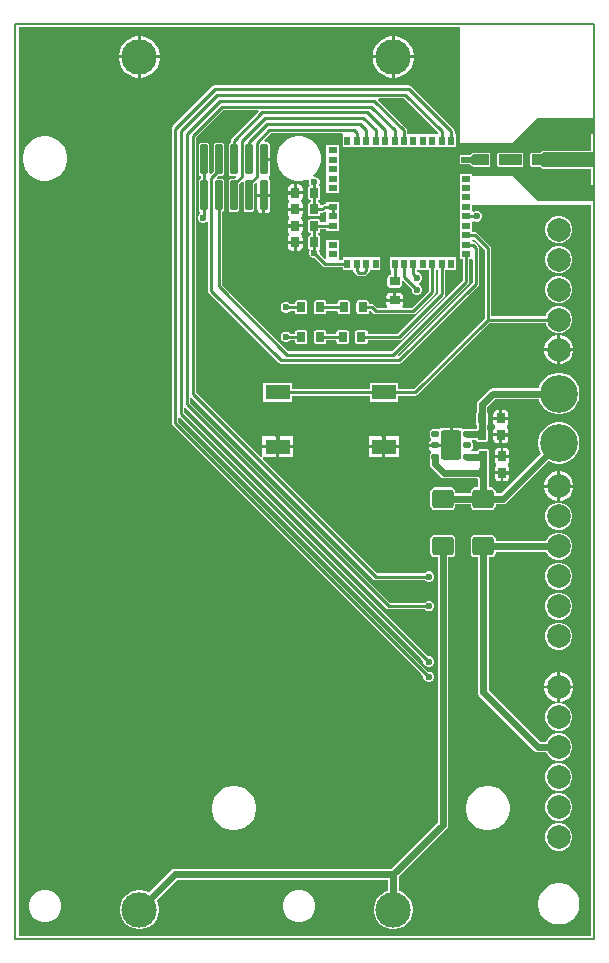
<source format=gbl>
G04*
G04 #@! TF.GenerationSoftware,Altium Limited,Altium Designer,22.0.2 (36)*
G04*
G04 Layer_Physical_Order=2*
G04 Layer_Color=16711680*
%FSLAX44Y44*%
%MOMM*%
G71*
G04*
G04 #@! TF.SameCoordinates,30EAB5E2-3245-48BA-9E60-DBBC371523A7*
G04*
G04*
G04 #@! TF.FilePolarity,Positive*
G04*
G01*
G75*
%ADD11C,0.1500*%
%ADD12R,4.8000X1.3500*%
%ADD13C,2.0000*%
%ADD14C,3.2000*%
%ADD15C,3.0000*%
%ADD16C,0.2500*%
%ADD17C,0.6000*%
G04:AMPARAMS|DCode=18|XSize=0.75mm|YSize=0.9mm|CornerRadius=0.0938mm|HoleSize=0mm|Usage=FLASHONLY|Rotation=0.000|XOffset=0mm|YOffset=0mm|HoleType=Round|Shape=RoundedRectangle|*
%AMROUNDEDRECTD18*
21,1,0.7500,0.7125,0,0,0.0*
21,1,0.5625,0.9000,0,0,0.0*
1,1,0.1875,0.2813,-0.3563*
1,1,0.1875,-0.2813,-0.3563*
1,1,0.1875,-0.2813,0.3563*
1,1,0.1875,0.2813,0.3563*
%
%ADD18ROUNDEDRECTD18*%
G04:AMPARAMS|DCode=19|XSize=0.75mm|YSize=0.9mm|CornerRadius=0.0938mm|HoleSize=0mm|Usage=FLASHONLY|Rotation=270.000|XOffset=0mm|YOffset=0mm|HoleType=Round|Shape=RoundedRectangle|*
%AMROUNDEDRECTD19*
21,1,0.7500,0.7125,0,0,270.0*
21,1,0.5625,0.9000,0,0,270.0*
1,1,0.1875,-0.3563,-0.2813*
1,1,0.1875,-0.3563,0.2813*
1,1,0.1875,0.3563,0.2813*
1,1,0.1875,0.3563,-0.2813*
%
%ADD19ROUNDEDRECTD19*%
%ADD20R,1.6000X1.6000*%
%ADD21R,0.8000X0.8000*%
%ADD22R,0.5000X0.8000*%
%ADD23R,0.8000X0.5000*%
%ADD24R,2.1000X1.3000*%
G04:AMPARAMS|DCode=25|XSize=0.6mm|YSize=2.5mm|CornerRadius=0.075mm|HoleSize=0mm|Usage=FLASHONLY|Rotation=0.000|XOffset=0mm|YOffset=0mm|HoleType=Round|Shape=RoundedRectangle|*
%AMROUNDEDRECTD25*
21,1,0.6000,2.3500,0,0,0.0*
21,1,0.4500,2.5000,0,0,0.0*
1,1,0.1500,0.2250,-1.1750*
1,1,0.1500,-0.2250,-1.1750*
1,1,0.1500,-0.2250,1.1750*
1,1,0.1500,0.2250,1.1750*
%
%ADD25ROUNDEDRECTD25*%
G04:AMPARAMS|DCode=26|XSize=1.75mm|YSize=2.5mm|CornerRadius=0.2188mm|HoleSize=0mm|Usage=FLASHONLY|Rotation=180.000|XOffset=0mm|YOffset=0mm|HoleType=Round|Shape=RoundedRectangle|*
%AMROUNDEDRECTD26*
21,1,1.7500,2.0625,0,0,180.0*
21,1,1.3125,2.5000,0,0,180.0*
1,1,0.4375,-0.6563,1.0313*
1,1,0.4375,0.6563,1.0313*
1,1,0.4375,0.6563,-1.0313*
1,1,0.4375,-0.6563,-1.0313*
%
%ADD26ROUNDEDRECTD26*%
G04:AMPARAMS|DCode=27|XSize=0.6mm|YSize=0.5mm|CornerRadius=0.0625mm|HoleSize=0mm|Usage=FLASHONLY|Rotation=0.000|XOffset=0mm|YOffset=0mm|HoleType=Round|Shape=RoundedRectangle|*
%AMROUNDEDRECTD27*
21,1,0.6000,0.3750,0,0,0.0*
21,1,0.4750,0.5000,0,0,0.0*
1,1,0.1250,0.2375,-0.1875*
1,1,0.1250,-0.2375,-0.1875*
1,1,0.1250,-0.2375,0.1875*
1,1,0.1250,0.2375,0.1875*
%
%ADD27ROUNDEDRECTD27*%
G04:AMPARAMS|DCode=28|XSize=1.6mm|YSize=1.8mm|CornerRadius=0.2mm|HoleSize=0mm|Usage=FLASHONLY|Rotation=270.000|XOffset=0mm|YOffset=0mm|HoleType=Round|Shape=RoundedRectangle|*
%AMROUNDEDRECTD28*
21,1,1.6000,1.4000,0,0,270.0*
21,1,1.2000,1.8000,0,0,270.0*
1,1,0.4000,-0.7000,-0.6000*
1,1,0.4000,-0.7000,0.6000*
1,1,0.4000,0.7000,0.6000*
1,1,0.4000,0.7000,-0.6000*
%
%ADD28ROUNDEDRECTD28*%
%ADD29R,4.2000X1.2700*%
%ADD30C,0.6000*%
G36*
X489000Y653750D02*
X447000D01*
X445250Y655500D01*
X437250D01*
Y664500D01*
X445250D01*
X447000Y666250D01*
X489000D01*
Y653750D01*
D02*
G37*
G36*
X376000Y674000D02*
X421000D01*
X442000Y695000D01*
X487000D01*
Y667603D01*
X447000D01*
X446993Y667600D01*
X445750D01*
Y666914D01*
X444690Y665853D01*
X437250D01*
X436293Y665457D01*
X435897Y664500D01*
Y655500D01*
X436293Y654543D01*
X437250Y654147D01*
X444690D01*
X445750Y653087D01*
Y652400D01*
X446993D01*
X447000Y652397D01*
X487000D01*
Y625000D01*
X442000D01*
X421000Y646000D01*
X386750Y646000D01*
Y647750D01*
X376250D01*
Y646000D01*
X376000D01*
Y640000D01*
Y632000D01*
Y622000D01*
X376000Y616000D01*
X376000Y614730D01*
X376000Y608000D01*
X376000Y606730D01*
Y600000D01*
Y593270D01*
X376000Y592000D01*
X376000Y590730D01*
Y584000D01*
Y576000D01*
X378696D01*
Y557661D01*
X318839Y497804D01*
X231161D01*
X175104Y553861D01*
Y615826D01*
X175428Y615891D01*
X176172Y616388D01*
X176669Y617132D01*
X176844Y618010D01*
Y641510D01*
X176669Y642388D01*
X176172Y643132D01*
X175428Y643629D01*
X174550Y643804D01*
X170865D01*
X170339Y645074D01*
X171461Y646196D01*
X174550D01*
X175428Y646371D01*
X176172Y646868D01*
X176669Y647612D01*
X176844Y648490D01*
Y671990D01*
X176669Y672868D01*
X176172Y673612D01*
X175428Y674109D01*
X174550Y674284D01*
X170050D01*
X169172Y674109D01*
X168428Y673612D01*
X167931Y672868D01*
X167756Y671990D01*
Y650421D01*
X165343Y648008D01*
X164411Y648383D01*
X164144Y648605D01*
Y671990D01*
X163969Y672868D01*
X163472Y673612D01*
X162728Y674109D01*
X161850Y674284D01*
X157350D01*
X156472Y674109D01*
X155728Y673612D01*
X155231Y672868D01*
X155056Y671990D01*
Y648490D01*
X155231Y647612D01*
X155728Y646868D01*
X156472Y646371D01*
X156796Y646306D01*
Y643694D01*
X156472Y643629D01*
X155728Y643132D01*
X155231Y642388D01*
X155056Y641510D01*
Y618010D01*
X155231Y617132D01*
X155728Y616388D01*
X156188Y616081D01*
X156313Y615477D01*
X156336Y615042D01*
X156272Y614636D01*
X155185Y613549D01*
X154500Y611895D01*
Y610105D01*
X155185Y608451D01*
X156451Y607185D01*
X158105Y606500D01*
X159895D01*
X161549Y607185D01*
X161726Y607362D01*
X162996Y606836D01*
Y548987D01*
X163210Y547914D01*
X163817Y547004D01*
X222804Y488017D01*
X223714Y487410D01*
X224787Y487196D01*
X325000D01*
X326073Y487410D01*
X326983Y488017D01*
X391983Y553017D01*
X392590Y553927D01*
X392804Y555000D01*
Y585250D01*
X392590Y586323D01*
X391983Y587233D01*
X389233Y589983D01*
X388323Y590590D01*
X387250Y590804D01*
X387178D01*
X387000Y592000D01*
X387038Y592254D01*
X388270Y592765D01*
X397196Y583839D01*
Y525761D01*
X337239Y465804D01*
X324000D01*
Y471000D01*
X300000D01*
Y465804D01*
X234000D01*
Y471000D01*
X210000D01*
Y455000D01*
X234000D01*
Y460196D01*
X300000D01*
Y455000D01*
X324000D01*
Y460196D01*
X338400D01*
X339473Y460410D01*
X340383Y461017D01*
X401161Y521796D01*
X448846D01*
X449284Y520161D01*
X450798Y517539D01*
X452939Y515398D01*
X455561Y513884D01*
X458486Y513100D01*
X461514D01*
X464439Y513884D01*
X467061Y515398D01*
X469202Y517539D01*
X470716Y520161D01*
X471500Y523086D01*
Y526114D01*
X470716Y529039D01*
X469202Y531661D01*
X467061Y533802D01*
X464439Y535316D01*
X461514Y536100D01*
X458486D01*
X455561Y535316D01*
X452939Y533802D01*
X450798Y531661D01*
X449284Y529039D01*
X448846Y527404D01*
X402804D01*
Y585000D01*
X402590Y586073D01*
X401983Y586983D01*
X390983Y597983D01*
X390073Y598590D01*
X389000Y598804D01*
X387000D01*
X387000Y607340D01*
X387328Y607632D01*
X388215Y608051D01*
X388270Y608053D01*
X389605Y607500D01*
X391395D01*
X393049Y608185D01*
X394315Y609451D01*
X395000Y611105D01*
Y612895D01*
X394315Y614549D01*
X393049Y615815D01*
X391395Y616500D01*
X389605D01*
X388270Y615947D01*
X388215Y615949D01*
X387328Y616368D01*
X387000Y616660D01*
X387000Y617270D01*
Y622000D01*
X487000D01*
Y3000D01*
X3000D01*
Y772000D01*
X376000D01*
Y674000D01*
D02*
G37*
G36*
X387000Y576000D02*
X387196Y574811D01*
Y556161D01*
X324617Y493582D01*
X324389Y493628D01*
X323971Y495006D01*
X383483Y554517D01*
X384090Y555427D01*
X384304Y556500D01*
Y576000D01*
X387000D01*
D02*
G37*
%LPC*%
G36*
X321724Y764500D02*
X321250D01*
Y748250D01*
X337500D01*
Y748724D01*
X336828Y752104D01*
X335508Y755289D01*
X333593Y758156D01*
X331156Y760593D01*
X328289Y762508D01*
X325105Y763828D01*
X321724Y764500D01*
D02*
G37*
G36*
X106724D02*
X106250D01*
Y748250D01*
X122500D01*
Y748724D01*
X121827Y752104D01*
X120508Y755289D01*
X118593Y758156D01*
X116156Y760593D01*
X113289Y762508D01*
X110105Y763828D01*
X106724Y764500D01*
D02*
G37*
G36*
X103750D02*
X103276D01*
X99895Y763828D01*
X96711Y762508D01*
X93844Y760593D01*
X91407Y758156D01*
X89492Y755289D01*
X88173Y752104D01*
X87500Y748724D01*
Y748250D01*
X103750D01*
Y764500D01*
D02*
G37*
G36*
X318750D02*
X318276D01*
X314895Y763828D01*
X311711Y762508D01*
X308844Y760593D01*
X306407Y758156D01*
X304492Y755289D01*
X303172Y752104D01*
X302500Y748724D01*
Y748250D01*
X318750D01*
Y764500D01*
D02*
G37*
G36*
X337500Y745750D02*
X321250D01*
Y729500D01*
X321724D01*
X325105Y730173D01*
X328289Y731492D01*
X331156Y733407D01*
X333593Y735844D01*
X335508Y738711D01*
X336828Y741895D01*
X337500Y745276D01*
Y745750D01*
D02*
G37*
G36*
X318750D02*
X302500D01*
Y745276D01*
X303172Y741895D01*
X304492Y738711D01*
X306407Y735844D01*
X308844Y733407D01*
X311711Y731492D01*
X314895Y730173D01*
X318276Y729500D01*
X318750D01*
Y745750D01*
D02*
G37*
G36*
X122500D02*
X106250D01*
Y729500D01*
X106724D01*
X110105Y730173D01*
X113289Y731492D01*
X116156Y733407D01*
X118593Y735844D01*
X120508Y738711D01*
X121827Y741895D01*
X122500Y745276D01*
Y745750D01*
D02*
G37*
G36*
X103750D02*
X87500D01*
Y745276D01*
X88173Y741895D01*
X89492Y738711D01*
X91407Y735844D01*
X93844Y733407D01*
X96711Y731492D01*
X99895Y730173D01*
X103276Y729500D01*
X103750D01*
Y745750D01*
D02*
G37*
G36*
X333000Y722804D02*
X168787Y722804D01*
X167714Y722590D01*
X166804Y721983D01*
X133017Y688196D01*
X132410Y687286D01*
X132196Y686213D01*
Y437000D01*
X132410Y435927D01*
X133017Y435017D01*
X345500Y222535D01*
Y221105D01*
X346185Y219451D01*
X347451Y218185D01*
X349105Y217500D01*
X350895D01*
X352549Y218185D01*
X353815Y219451D01*
X354500Y221105D01*
Y222895D01*
X353815Y224549D01*
X352549Y225815D01*
X350895Y226500D01*
X349465D01*
X137804Y438161D01*
Y441435D01*
X139074Y441961D01*
X345500Y235535D01*
Y234105D01*
X346185Y232451D01*
X347451Y231185D01*
X349105Y230500D01*
X350895D01*
X352549Y231185D01*
X353815Y232451D01*
X354500Y234105D01*
Y235895D01*
X353815Y237549D01*
X352549Y238815D01*
X350895Y239500D01*
X349465D01*
X142804Y446161D01*
Y449435D01*
X144074Y449961D01*
X314017Y280017D01*
X314927Y279410D01*
X316000Y279196D01*
X346440D01*
X347451Y278185D01*
X349105Y277500D01*
X350895D01*
X352549Y278185D01*
X353815Y279451D01*
X354500Y281105D01*
Y282895D01*
X353815Y284549D01*
X352549Y285815D01*
X350895Y286500D01*
X349105D01*
X347451Y285815D01*
X346440Y284804D01*
X317161D01*
X147804Y454161D01*
Y458435D01*
X149074Y458961D01*
X303017Y305017D01*
X303927Y304410D01*
X305000Y304196D01*
X346440D01*
X347451Y303185D01*
X349105Y302500D01*
X350895D01*
X352549Y303185D01*
X353815Y304451D01*
X354500Y306105D01*
Y307895D01*
X353815Y309549D01*
X352549Y310815D01*
X350895Y311500D01*
X349105D01*
X347451Y310815D01*
X346440Y309804D01*
X306161D01*
X209235Y406730D01*
X209761Y408000D01*
X209898Y408000D01*
X209898Y408000D01*
X209955Y408000D01*
X220750D01*
Y415750D01*
X209000D01*
X209000Y408955D01*
Y408898D01*
D01*
X209000Y408761D01*
X208767Y408665D01*
X207730Y408235D01*
X152804Y463161D01*
Y678839D01*
X176161Y702196D01*
X205435D01*
X205961Y700926D01*
X183017Y677983D01*
X182410Y677073D01*
X182196Y676000D01*
Y674174D01*
X181872Y674109D01*
X181128Y673612D01*
X180631Y672868D01*
X180456Y671990D01*
Y648490D01*
X180631Y647612D01*
X181128Y646868D01*
X181872Y646371D01*
X182750Y646196D01*
X186435D01*
X186961Y644926D01*
X185839Y643804D01*
X182750D01*
X181872Y643629D01*
X181128Y643132D01*
X180631Y642388D01*
X180456Y641510D01*
Y618010D01*
X180631Y617132D01*
X181128Y616388D01*
X181872Y615891D01*
X182750Y615716D01*
X187250D01*
X188128Y615891D01*
X188872Y616388D01*
X189369Y617132D01*
X189544Y618010D01*
Y639579D01*
X191957Y641992D01*
X192889Y641617D01*
X193156Y641395D01*
Y618010D01*
X193331Y617132D01*
X193828Y616388D01*
X194572Y615891D01*
X195450Y615716D01*
X199950D01*
X200828Y615891D01*
X201572Y616388D01*
X202069Y617132D01*
X202244Y618010D01*
Y639579D01*
X203566Y640901D01*
X204836Y640375D01*
Y631010D01*
X215964D01*
Y641510D01*
X215711Y642778D01*
X214993Y643853D01*
X214333Y644294D01*
X214309Y644359D01*
Y645642D01*
X214333Y645706D01*
X214993Y646147D01*
X215711Y647222D01*
X215964Y648490D01*
Y658990D01*
X210400D01*
Y661490D01*
X215964D01*
Y671990D01*
X215711Y673258D01*
X214993Y674333D01*
X213918Y675051D01*
X212650Y675304D01*
X210928D01*
X210442Y676477D01*
X216161Y682196D01*
X276018D01*
X277000Y681500D01*
Y670500D01*
X291730D01*
X293000Y670500D01*
Y670500D01*
X293000D01*
Y670500D01*
X307730D01*
X309000Y670500D01*
Y670500D01*
X309000D01*
Y670500D01*
X315730D01*
X317000Y670500D01*
Y670500D01*
X317000D01*
Y670500D01*
X331730D01*
X333000Y670500D01*
X334270Y670500D01*
X341000Y670500D01*
X342270Y670500D01*
X355730D01*
X357000Y670500D01*
X358270Y670500D01*
X370000D01*
Y670750D01*
X372750D01*
Y674000D01*
X373000D01*
Y681500D01*
X371804D01*
Y684000D01*
X371590Y685073D01*
X370983Y685983D01*
X334983Y721983D01*
X334073Y722590D01*
X333000Y722804D01*
D02*
G37*
G36*
X428750Y665853D02*
X409250D01*
X408293Y665457D01*
X407897Y664500D01*
Y655500D01*
X408293Y654543D01*
X409250Y654147D01*
X428750D01*
X429707Y654543D01*
X430103Y655500D01*
Y664500D01*
X429707Y665457D01*
X428750Y665853D01*
D02*
G37*
G36*
X400750D02*
X387500D01*
X386543Y665457D01*
X384939Y663853D01*
X377500D01*
X377251Y663750D01*
X376250D01*
Y662749D01*
X376147Y662500D01*
Y657500D01*
X376250Y657251D01*
Y656250D01*
X377251D01*
X377500Y656147D01*
X384940Y656147D01*
X386543Y654543D01*
X387104Y654311D01*
X387500Y654147D01*
X400750D01*
X401707Y654543D01*
X402103Y655500D01*
Y664500D01*
X401707Y665457D01*
X400750Y665853D01*
D02*
G37*
G36*
X26847Y679750D02*
X23153D01*
X19531Y679029D01*
X16119Y677616D01*
X13048Y675564D01*
X10436Y672952D01*
X8384Y669882D01*
X6970Y666469D01*
X6250Y662847D01*
Y659153D01*
X6970Y655531D01*
X8384Y652119D01*
X10436Y649048D01*
X13048Y646436D01*
X16119Y644384D01*
X19531Y642971D01*
X23153Y642250D01*
X26847D01*
X30469Y642971D01*
X33881Y644384D01*
X36952Y646436D01*
X39564Y649048D01*
X41616Y652119D01*
X43029Y655531D01*
X43750Y659153D01*
Y662847D01*
X43029Y666469D01*
X41616Y669882D01*
X39564Y672952D01*
X36952Y675564D01*
X33881Y677616D01*
X30469Y679029D01*
X26847Y679750D01*
D02*
G37*
G36*
X239813Y639067D02*
X238250D01*
Y633250D01*
X243317D01*
Y635563D01*
X243050Y636904D01*
X242291Y638041D01*
X241154Y638801D01*
X239813Y639067D01*
D02*
G37*
G36*
X235750D02*
X234188D01*
X232846Y638801D01*
X231709Y638041D01*
X230949Y636904D01*
X230683Y635563D01*
Y633250D01*
X235750D01*
Y639067D01*
D02*
G37*
G36*
X274000Y672000D02*
X263000D01*
Y664000D01*
X263000Y656000D01*
X263000Y654730D01*
Y648000D01*
X263000Y640000D01*
X263000Y638730D01*
Y632000D01*
X274000D01*
Y638730D01*
X274000Y640000D01*
X274000Y641270D01*
Y648000D01*
Y654730D01*
X274000Y656000D01*
X274000Y657270D01*
Y664000D01*
Y672000D01*
D02*
G37*
G36*
X243317Y630750D02*
X237000D01*
X230683D01*
Y628438D01*
X230949Y627096D01*
X231709Y625959D01*
X232002Y625764D01*
Y624236D01*
X231709Y624041D01*
X230949Y622904D01*
X230683Y621562D01*
Y619250D01*
X237000D01*
X243317D01*
Y621562D01*
X243050Y622904D01*
X242291Y624041D01*
X241998Y624236D01*
Y625764D01*
X242291Y625959D01*
X243050Y627096D01*
X243317Y628438D01*
Y630750D01*
D02*
G37*
G36*
X215964Y628510D02*
X211650D01*
Y614696D01*
X212650D01*
X213918Y614949D01*
X214993Y615667D01*
X215711Y616742D01*
X215964Y618010D01*
Y628510D01*
D02*
G37*
G36*
X209150D02*
X204836D01*
Y618010D01*
X205089Y616742D01*
X205807Y615667D01*
X206882Y614949D01*
X208150Y614696D01*
X209150D01*
Y628510D01*
D02*
G37*
G36*
X241847Y679750D02*
X238153D01*
X234531Y679029D01*
X231119Y677616D01*
X228048Y675564D01*
X225436Y672952D01*
X223384Y669882D01*
X221971Y666469D01*
X221250Y662847D01*
Y659153D01*
X221971Y655531D01*
X223384Y652119D01*
X225436Y649048D01*
X228048Y646436D01*
X231119Y644384D01*
X234531Y642971D01*
X238153Y642250D01*
X241847D01*
X245469Y642971D01*
X248006Y644021D01*
X248978Y643049D01*
X248500Y641895D01*
Y640105D01*
X248931Y639065D01*
X249114Y638340D01*
X248484Y637356D01*
X248430Y637320D01*
X247891Y636514D01*
X247702Y635563D01*
Y628438D01*
X247891Y627486D01*
X248430Y626680D01*
X249236Y626141D01*
X250187Y625952D01*
X250196D01*
Y624048D01*
X250187D01*
X249236Y623859D01*
X248430Y623320D01*
X247891Y622514D01*
X247702Y621562D01*
Y614437D01*
X247891Y613487D01*
X248430Y612680D01*
X249236Y612141D01*
X250187Y611952D01*
X255812D01*
X256764Y612141D01*
X257570Y612680D01*
X258109Y613487D01*
X258298Y614437D01*
Y615196D01*
X260000D01*
X261073Y615410D01*
X261730Y615849D01*
X262564Y615573D01*
X263000Y615239D01*
X263000Y608000D01*
X262822Y606804D01*
X258298D01*
Y607562D01*
X258109Y608514D01*
X257570Y609320D01*
X256764Y609859D01*
X255812Y610048D01*
X250187D01*
X249236Y609859D01*
X248430Y609320D01*
X247891Y608514D01*
X247702Y607562D01*
Y600438D01*
X247891Y599487D01*
X248430Y598680D01*
X249236Y598142D01*
X250187Y597952D01*
X250196D01*
Y596048D01*
X250187D01*
X249236Y595858D01*
X248430Y595320D01*
X247891Y594514D01*
X247702Y593563D01*
Y586437D01*
X247891Y585486D01*
X248430Y584680D01*
X248484Y584644D01*
X249114Y583660D01*
X248931Y582935D01*
X248500Y581895D01*
Y580105D01*
X249185Y578451D01*
X250451Y577185D01*
X252105Y576500D01*
X253535D01*
X260017Y570017D01*
X260927Y569410D01*
X262000Y569196D01*
X277000D01*
Y566500D01*
X286196D01*
Y566000D01*
X286410Y564927D01*
X287017Y564017D01*
X289017Y562017D01*
X289927Y561409D01*
X291000Y561196D01*
X295000D01*
X296073Y561410D01*
X296983Y562017D01*
X298983Y564017D01*
X299590Y564927D01*
X299804Y566000D01*
Y566500D01*
X309000D01*
Y577500D01*
X294270D01*
X293000Y577500D01*
Y577500D01*
X293000D01*
Y577500D01*
X277000D01*
Y574804D01*
X274178D01*
X274000Y576000D01*
X274000Y576074D01*
Y584000D01*
Y592000D01*
X263000D01*
Y584000D01*
Y576761D01*
X261730Y576235D01*
X257500Y580465D01*
Y581895D01*
X257069Y582935D01*
X256886Y583660D01*
X257516Y584644D01*
X257570Y584680D01*
X258109Y585486D01*
X258298Y586437D01*
Y593563D01*
X258109Y594514D01*
X257570Y595320D01*
X256764Y595858D01*
X255812Y596048D01*
X255804D01*
Y597952D01*
X255812D01*
X256764Y598142D01*
X257570Y598680D01*
X258109Y599487D01*
X258298Y600438D01*
Y601196D01*
X263000D01*
Y600000D01*
X274000D01*
Y606730D01*
X274000Y608000D01*
X274000Y609270D01*
Y614730D01*
X274000Y616000D01*
X274000D01*
Y616000D01*
X274000D01*
Y624000D01*
X263000D01*
Y622804D01*
X262000D01*
X260927Y622590D01*
X260017Y621983D01*
X259568Y621533D01*
X259221Y621541D01*
X258215Y621977D01*
X258109Y622514D01*
X257570Y623320D01*
X256764Y623859D01*
X255812Y624048D01*
X255804D01*
Y625952D01*
X255812D01*
X256764Y626141D01*
X257570Y626680D01*
X258109Y627486D01*
X258298Y628438D01*
Y635563D01*
X258109Y636514D01*
X257570Y637320D01*
X257516Y637356D01*
X256886Y638340D01*
X257069Y639065D01*
X257500Y640105D01*
Y641895D01*
X256815Y643549D01*
X255549Y644815D01*
X253895Y645500D01*
X252759D01*
X252286Y646770D01*
X254564Y649048D01*
X256616Y652119D01*
X258029Y655531D01*
X258750Y659153D01*
Y662847D01*
X258029Y666469D01*
X256616Y669882D01*
X254564Y672952D01*
X251952Y675564D01*
X248881Y677616D01*
X245469Y679029D01*
X241847Y679750D01*
D02*
G37*
G36*
X243317Y616750D02*
X237000D01*
X230683D01*
Y614437D01*
X230949Y613096D01*
X231709Y611959D01*
X232002Y611764D01*
Y610236D01*
X231709Y610041D01*
X230949Y608904D01*
X230683Y607562D01*
Y605250D01*
X237000D01*
X243317D01*
Y607562D01*
X243050Y608904D01*
X242291Y610041D01*
X241998Y610236D01*
Y611764D01*
X242291Y611959D01*
X243050Y613096D01*
X243317Y614437D01*
Y616750D01*
D02*
G37*
G36*
Y602750D02*
X237000D01*
X230683D01*
Y600438D01*
X230949Y599096D01*
X231709Y597959D01*
X232002Y597764D01*
Y596236D01*
X231709Y596041D01*
X230949Y594904D01*
X230683Y593563D01*
Y591250D01*
X237000D01*
X243317D01*
Y593563D01*
X243050Y594904D01*
X242291Y596041D01*
X241998Y596236D01*
Y597764D01*
X242291Y597959D01*
X243050Y599096D01*
X243317Y600438D01*
Y602750D01*
D02*
G37*
G36*
X461514Y612300D02*
X458486D01*
X455561Y611516D01*
X452939Y610002D01*
X450798Y607861D01*
X449284Y605239D01*
X448500Y602314D01*
Y599286D01*
X449284Y596361D01*
X450798Y593739D01*
X452939Y591598D01*
X455561Y590084D01*
X458486Y589300D01*
X461514D01*
X464439Y590084D01*
X467061Y591598D01*
X469202Y593739D01*
X470716Y596361D01*
X471500Y599286D01*
Y602314D01*
X470716Y605239D01*
X469202Y607861D01*
X467061Y610002D01*
X464439Y611516D01*
X461514Y612300D01*
D02*
G37*
G36*
X243317Y588750D02*
X238250D01*
Y582933D01*
X239813D01*
X241154Y583200D01*
X242291Y583959D01*
X243050Y585096D01*
X243317Y586437D01*
Y588750D01*
D02*
G37*
G36*
X235750D02*
X230683D01*
Y586437D01*
X230949Y585096D01*
X231709Y583959D01*
X232846Y583200D01*
X234188Y582933D01*
X235750D01*
Y588750D01*
D02*
G37*
G36*
X461514Y586900D02*
X458486D01*
X455561Y586116D01*
X452939Y584602D01*
X450798Y582461D01*
X449284Y579839D01*
X448500Y576914D01*
Y573886D01*
X449284Y570961D01*
X450798Y568339D01*
X452939Y566198D01*
X455561Y564684D01*
X458486Y563900D01*
X461514D01*
X464439Y564684D01*
X467061Y566198D01*
X469202Y568339D01*
X470716Y570961D01*
X471500Y573886D01*
Y576914D01*
X470716Y579839D01*
X469202Y582461D01*
X467061Y584602D01*
X464439Y586116D01*
X461514Y586900D01*
D02*
G37*
G36*
X324562Y547317D02*
X322250D01*
Y542250D01*
X328067D01*
Y543812D01*
X327800Y545154D01*
X327041Y546291D01*
X325904Y547051D01*
X324562Y547317D01*
D02*
G37*
G36*
X319750D02*
X317437D01*
X316096Y547051D01*
X314959Y546291D01*
X314200Y545154D01*
X313933Y543812D01*
Y542250D01*
X319750D01*
Y547317D01*
D02*
G37*
G36*
X461514Y561500D02*
X458486D01*
X455561Y560716D01*
X452939Y559202D01*
X450798Y557061D01*
X449284Y554439D01*
X448500Y551514D01*
Y548486D01*
X449284Y545561D01*
X450798Y542939D01*
X452939Y540798D01*
X455561Y539284D01*
X458486Y538500D01*
X461514D01*
X464439Y539284D01*
X467061Y540798D01*
X469202Y542939D01*
X470716Y545561D01*
X471500Y548486D01*
Y551514D01*
X470716Y554439D01*
X469202Y557061D01*
X467061Y559202D01*
X464439Y560716D01*
X461514Y561500D01*
D02*
G37*
G36*
X244812Y541049D02*
X239187D01*
X238236Y540859D01*
X237429Y540321D01*
X236891Y539514D01*
X236701Y538563D01*
Y537805D01*
X232559D01*
X231549Y538815D01*
X229895Y539500D01*
X228105D01*
X226451Y538815D01*
X225185Y537549D01*
X224500Y535895D01*
Y534105D01*
X225185Y532451D01*
X226451Y531185D01*
X228105Y530500D01*
X229895D01*
X231549Y531185D01*
X232561Y532197D01*
X236701D01*
Y531438D01*
X236891Y530487D01*
X237429Y529681D01*
X238236Y529142D01*
X239187Y528953D01*
X244812D01*
X245763Y529142D01*
X246569Y529681D01*
X247108Y530487D01*
X247297Y531438D01*
Y538563D01*
X247108Y539514D01*
X246569Y540321D01*
X245763Y540859D01*
X244812Y541049D01*
D02*
G37*
G36*
X260812D02*
X255187D01*
X254236Y540859D01*
X253429Y540321D01*
X252891Y539514D01*
X252701Y538563D01*
Y531438D01*
X252891Y530487D01*
X253429Y529681D01*
X254236Y529142D01*
X255187Y528953D01*
X260812D01*
X261763Y529142D01*
X262569Y529681D01*
X263108Y530487D01*
X263297Y531438D01*
Y532196D01*
X272702D01*
Y531437D01*
X272891Y530486D01*
X273430Y529680D01*
X274236Y529141D01*
X275187Y528952D01*
X280812D01*
X281764Y529141D01*
X282570Y529680D01*
X283109Y530486D01*
X283298Y531437D01*
Y538563D01*
X283109Y539514D01*
X282570Y540320D01*
X281764Y540859D01*
X280812Y541048D01*
X275187D01*
X274236Y540859D01*
X273430Y540320D01*
X272891Y539514D01*
X272702Y538563D01*
Y537804D01*
X263297D01*
Y538563D01*
X263108Y539514D01*
X262569Y540321D01*
X261763Y540859D01*
X260812Y541049D01*
D02*
G37*
G36*
X244812Y516049D02*
X239187D01*
X238236Y515859D01*
X237429Y515321D01*
X236891Y514514D01*
X236701Y513563D01*
Y512805D01*
X232559D01*
X231549Y513815D01*
X229895Y514500D01*
X228105D01*
X226451Y513815D01*
X225185Y512549D01*
X224500Y510895D01*
Y509105D01*
X225185Y507451D01*
X226451Y506185D01*
X228105Y505500D01*
X229895D01*
X231549Y506185D01*
X232561Y507197D01*
X236701D01*
Y506438D01*
X236891Y505487D01*
X237429Y504681D01*
X238236Y504142D01*
X239187Y503953D01*
X244812D01*
X245763Y504142D01*
X246569Y504681D01*
X247108Y505487D01*
X247297Y506438D01*
Y513563D01*
X247108Y514514D01*
X246569Y515321D01*
X245763Y515859D01*
X244812Y516049D01*
D02*
G37*
G36*
X333000Y577500D02*
X333000Y577500D01*
X317000D01*
Y566500D01*
X318196D01*
Y562298D01*
X317437D01*
X316486Y562109D01*
X315680Y561570D01*
X315141Y560764D01*
X314952Y559813D01*
Y554188D01*
X315141Y553236D01*
X315680Y552430D01*
X316486Y551891D01*
X317437Y551702D01*
X324562D01*
X325513Y551891D01*
X326320Y552430D01*
X326859Y553236D01*
X327048Y554188D01*
Y557328D01*
X328221Y557814D01*
X335500Y550535D01*
Y549105D01*
X336185Y547451D01*
X337451Y546185D01*
X339105Y545500D01*
X340895D01*
X342549Y546185D01*
X343815Y547451D01*
X344500Y549105D01*
Y550895D01*
X343815Y552549D01*
X342549Y553815D01*
X341314Y554327D01*
Y555673D01*
X342549Y556185D01*
X343815Y557451D01*
X344500Y559105D01*
Y560895D01*
X343815Y562549D01*
X342549Y563815D01*
X340895Y564500D01*
X339804D01*
Y566322D01*
X341000Y566500D01*
X342270Y566500D01*
X350196D01*
Y549161D01*
X335839Y534804D01*
X327847D01*
X327757Y534905D01*
X327284Y536074D01*
X327800Y536846D01*
X328067Y538187D01*
Y539750D01*
X321000D01*
X313933D01*
Y538187D01*
X314200Y536846D01*
X314716Y536074D01*
X314243Y534905D01*
X314153Y534804D01*
X306161D01*
X303983Y536983D01*
X303073Y537590D01*
X302000Y537804D01*
X299298D01*
Y538563D01*
X299109Y539514D01*
X298570Y540320D01*
X297764Y540859D01*
X296812Y541048D01*
X291187D01*
X290236Y540859D01*
X289430Y540320D01*
X288891Y539514D01*
X288702Y538563D01*
Y531437D01*
X288891Y530486D01*
X289430Y529680D01*
X290236Y529141D01*
X291187Y528952D01*
X296812D01*
X297764Y529141D01*
X298570Y529680D01*
X299109Y530486D01*
X299298Y531437D01*
Y532196D01*
X300839D01*
X303017Y530017D01*
X303927Y529410D01*
X305000Y529196D01*
X337000D01*
X338073Y529410D01*
X338983Y530017D01*
X354983Y546017D01*
X355590Y546927D01*
X355804Y548000D01*
Y566322D01*
X357000Y566500D01*
X358196Y566322D01*
Y547161D01*
X323839Y512804D01*
X298298D01*
Y513563D01*
X298109Y514514D01*
X297570Y515320D01*
X296764Y515859D01*
X295812Y516048D01*
X290187D01*
X289236Y515859D01*
X288430Y515320D01*
X287891Y514514D01*
X287702Y513563D01*
Y506437D01*
X287891Y505486D01*
X288430Y504680D01*
X289236Y504141D01*
X290187Y503952D01*
X295812D01*
X296764Y504141D01*
X297570Y504680D01*
X298109Y505486D01*
X298298Y506437D01*
Y507196D01*
X325000D01*
X326073Y507410D01*
X326983Y508017D01*
X362983Y544017D01*
X363590Y544927D01*
X363804Y546000D01*
Y566500D01*
X373000D01*
Y577500D01*
X358270D01*
X357000Y577500D01*
X355730Y577500D01*
X342270D01*
X341000Y577500D01*
X339730Y577500D01*
X334270D01*
X333000Y577500D01*
D02*
G37*
G36*
X260812Y516049D02*
X255187D01*
X254236Y515859D01*
X253429Y515321D01*
X252891Y514514D01*
X252701Y513563D01*
Y506438D01*
X252891Y505487D01*
X253429Y504681D01*
X254236Y504142D01*
X255187Y503953D01*
X260812D01*
X261763Y504142D01*
X262569Y504681D01*
X263108Y505487D01*
X263297Y506438D01*
Y507196D01*
X271702D01*
Y506437D01*
X271891Y505486D01*
X272430Y504680D01*
X273236Y504141D01*
X274188Y503952D01*
X279813D01*
X280763Y504141D01*
X281570Y504680D01*
X282109Y505486D01*
X282298Y506437D01*
Y513563D01*
X282109Y514514D01*
X281570Y515320D01*
X280763Y515859D01*
X279813Y516048D01*
X274188D01*
X273236Y515859D01*
X272430Y515320D01*
X271891Y514514D01*
X271702Y513563D01*
Y512804D01*
X263297D01*
Y513563D01*
X263108Y514514D01*
X262569Y515321D01*
X261763Y515859D01*
X260812Y516049D01*
D02*
G37*
G36*
X461646Y511700D02*
X461250D01*
Y500450D01*
X472500D01*
Y500846D01*
X471648Y504025D01*
X470003Y506875D01*
X467675Y509202D01*
X464825Y510848D01*
X461646Y511700D01*
D02*
G37*
G36*
X458750D02*
X458354D01*
X455175Y510848D01*
X452325Y509202D01*
X449997Y506875D01*
X448352Y504025D01*
X447500Y500846D01*
Y500450D01*
X458750D01*
Y511700D01*
D02*
G37*
G36*
X472500Y497950D02*
X461250D01*
Y486700D01*
X461646D01*
X464825Y487552D01*
X467675Y489198D01*
X470003Y491525D01*
X471648Y494375D01*
X472500Y497554D01*
Y497950D01*
D02*
G37*
G36*
X458750D02*
X447500D01*
Y497554D01*
X448352Y494375D01*
X449997Y491525D01*
X452325Y489198D01*
X455175Y487552D01*
X458354Y486700D01*
X458750D01*
Y497950D01*
D02*
G37*
G36*
X461724Y479500D02*
X458276D01*
X454895Y478828D01*
X451711Y477508D01*
X448844Y475593D01*
X446407Y473156D01*
X444492Y470289D01*
X443172Y467105D01*
X443070Y466588D01*
X404176D01*
X402421Y466239D01*
X400932Y465244D01*
X391756Y456068D01*
X390761Y454580D01*
X390412Y452824D01*
Y446292D01*
X389891Y445514D01*
X389702Y444562D01*
Y437438D01*
X389891Y436487D01*
X390412Y435708D01*
Y432292D01*
X390275Y432088D01*
X382500D01*
X380744Y431739D01*
X380449Y431542D01*
X380125D01*
X379296Y431377D01*
X379131Y431410D01*
X378942Y431692D01*
X377391Y432728D01*
X375563Y433092D01*
X370250D01*
Y418000D01*
X367750D01*
Y433092D01*
X362438D01*
X360608Y432728D01*
X359058Y431692D01*
X358869Y431410D01*
X358704Y431377D01*
X357875Y431542D01*
X353125D01*
X352296Y431377D01*
X351593Y430907D01*
X351123Y430204D01*
X350958Y429375D01*
Y425625D01*
X351123Y424796D01*
X351593Y424093D01*
X351647Y424057D01*
X351718Y423719D01*
X351560Y422588D01*
X350872Y422128D01*
X350181Y421094D01*
X349939Y419875D01*
Y419250D01*
X355500D01*
Y416750D01*
X349939D01*
Y416125D01*
X350181Y414906D01*
X350872Y413872D01*
X351560Y413412D01*
X351718Y412281D01*
X351647Y411943D01*
X351593Y411907D01*
X351123Y411204D01*
X350958Y410375D01*
Y408734D01*
X350912Y408500D01*
Y402000D01*
X351261Y400244D01*
X352256Y398756D01*
X359256Y391756D01*
X360744Y390761D01*
X362500Y390412D01*
X390941D01*
X391412Y389708D01*
Y382569D01*
X389000D01*
X387634Y382297D01*
X386477Y381523D01*
X385703Y380366D01*
X385431Y379000D01*
Y377588D01*
X372569D01*
Y379000D01*
X372297Y380366D01*
X371523Y381523D01*
X370366Y382297D01*
X369000Y382569D01*
X355000D01*
X353634Y382297D01*
X352477Y381523D01*
X351703Y380366D01*
X351431Y379000D01*
Y367000D01*
X351703Y365634D01*
X352477Y364477D01*
X353634Y363703D01*
X355000Y363432D01*
X369000D01*
X370366Y363703D01*
X371523Y364477D01*
X372297Y365634D01*
X372569Y367000D01*
Y368412D01*
X385431D01*
Y367000D01*
X385703Y365634D01*
X386477Y364477D01*
X387634Y363703D01*
X389000Y363432D01*
X403000D01*
X404366Y363703D01*
X405523Y364477D01*
X406297Y365634D01*
X406569Y367000D01*
Y368412D01*
X413000D01*
X414756Y368761D01*
X416244Y369756D01*
X451273Y404784D01*
X451711Y404492D01*
X454895Y403172D01*
X458276Y402500D01*
X461724D01*
X465105Y403172D01*
X468289Y404492D01*
X471156Y406407D01*
X473593Y408844D01*
X475508Y411711D01*
X476828Y414895D01*
X477500Y418276D01*
Y421724D01*
X476828Y425105D01*
X475508Y428289D01*
X473593Y431156D01*
X471156Y433593D01*
X468289Y435508D01*
X465105Y436828D01*
X461724Y437500D01*
X458276D01*
X454895Y436828D01*
X451711Y435508D01*
X448844Y433593D01*
X446407Y431156D01*
X444492Y428289D01*
X443172Y425105D01*
X442500Y421724D01*
Y418276D01*
X443172Y414895D01*
X444492Y411711D01*
X444784Y411273D01*
X411100Y377588D01*
X406569D01*
Y379000D01*
X406297Y380366D01*
X405523Y381523D01*
X404366Y382297D01*
X403000Y382569D01*
X400588D01*
Y389708D01*
X401109Y390486D01*
X401298Y391437D01*
Y398563D01*
X401109Y399514D01*
X400588Y400292D01*
Y403708D01*
X401109Y404486D01*
X401298Y405438D01*
Y412562D01*
X401109Y413513D01*
X400570Y414320D01*
X399764Y414859D01*
X398812Y415048D01*
X393187D01*
X392236Y414859D01*
X391430Y414320D01*
X390891Y413513D01*
X390807Y413088D01*
X386441D01*
X386056Y414358D01*
X386407Y414593D01*
X386877Y415296D01*
X387042Y416125D01*
Y419875D01*
X386877Y420704D01*
X386407Y421407D01*
X386056Y421642D01*
X386441Y422912D01*
X389807D01*
X389891Y422486D01*
X390430Y421680D01*
X391236Y421141D01*
X392188Y420952D01*
X397812D01*
X398764Y421141D01*
X399570Y421680D01*
X400108Y422486D01*
X400298Y423438D01*
Y430563D01*
X400108Y431514D01*
X399588Y432292D01*
Y435708D01*
X400108Y436487D01*
X400298Y437438D01*
Y444562D01*
X400108Y445514D01*
X399588Y446292D01*
Y450923D01*
X406077Y457412D01*
X443070D01*
X443172Y456895D01*
X444492Y453711D01*
X446407Y450844D01*
X448844Y448407D01*
X451711Y446492D01*
X454895Y445173D01*
X458276Y444500D01*
X461724D01*
X465105Y445173D01*
X468289Y446492D01*
X471156Y448407D01*
X473593Y450844D01*
X475508Y453711D01*
X476828Y456895D01*
X477500Y460276D01*
Y463724D01*
X476828Y467105D01*
X475508Y470289D01*
X473593Y473156D01*
X471156Y475593D01*
X468289Y477508D01*
X465105Y478828D01*
X461724Y479500D01*
D02*
G37*
G36*
X413812Y448067D02*
X412250D01*
Y442250D01*
X417317D01*
Y444562D01*
X417051Y445904D01*
X416291Y447041D01*
X415154Y447800D01*
X413812Y448067D01*
D02*
G37*
G36*
X409750D02*
X408187D01*
X406846Y447800D01*
X405709Y447041D01*
X404949Y445904D01*
X404683Y444562D01*
Y442250D01*
X409750D01*
Y448067D01*
D02*
G37*
G36*
X417317Y439750D02*
X404683D01*
Y437438D01*
X404949Y436096D01*
X405709Y434959D01*
X406002Y434764D01*
Y433236D01*
X405709Y433041D01*
X404949Y431904D01*
X404683Y430563D01*
Y428250D01*
X417317D01*
Y430563D01*
X417051Y431904D01*
X416291Y433041D01*
X415998Y433236D01*
Y434764D01*
X416291Y434959D01*
X417051Y436096D01*
X417317Y437438D01*
Y439750D01*
D02*
G37*
G36*
Y425750D02*
X412250D01*
Y419933D01*
X413812D01*
X415154Y420200D01*
X416291Y420959D01*
X417051Y422096D01*
X417317Y423438D01*
Y425750D01*
D02*
G37*
G36*
X409750D02*
X404683D01*
Y423438D01*
X404949Y422096D01*
X405709Y420959D01*
X406846Y420200D01*
X408187Y419933D01*
X409750D01*
Y425750D01*
D02*
G37*
G36*
X325000Y426000D02*
X313250D01*
Y418250D01*
X325000D01*
Y426000D01*
D02*
G37*
G36*
X235000D02*
X223250D01*
Y418250D01*
X235000D01*
Y426000D01*
D02*
G37*
G36*
X310750D02*
X299000D01*
Y418250D01*
X310750D01*
Y426000D01*
D02*
G37*
G36*
X220750D02*
X209000D01*
Y418250D01*
X220750D01*
Y426000D01*
D02*
G37*
G36*
X414813Y416067D02*
X413250D01*
Y410250D01*
X418317D01*
Y412562D01*
X418050Y413904D01*
X417291Y415041D01*
X416154Y415801D01*
X414813Y416067D01*
D02*
G37*
G36*
X410750D02*
X409188D01*
X407846Y415801D01*
X406709Y415041D01*
X405950Y413904D01*
X405683Y412562D01*
Y410250D01*
X410750D01*
Y416067D01*
D02*
G37*
G36*
X325000Y415750D02*
X313250D01*
Y408000D01*
X325000D01*
Y415750D01*
D02*
G37*
G36*
X310750D02*
X299000D01*
Y408000D01*
X310750D01*
Y415750D01*
D02*
G37*
G36*
X235000D02*
X223250D01*
Y408000D01*
X235000D01*
Y415750D01*
D02*
G37*
G36*
X418317Y407750D02*
X405683D01*
Y405438D01*
X405950Y404096D01*
X406709Y402959D01*
X407002Y402764D01*
Y401236D01*
X406709Y401041D01*
X405950Y399904D01*
X405683Y398563D01*
Y396250D01*
X418317D01*
Y398563D01*
X418050Y399904D01*
X417291Y401041D01*
X416998Y401236D01*
Y402764D01*
X417291Y402959D01*
X418050Y404096D01*
X418317Y405438D01*
Y407750D01*
D02*
G37*
G36*
Y393750D02*
X413250D01*
Y387933D01*
X414813D01*
X416154Y388200D01*
X417291Y388959D01*
X418050Y390096D01*
X418317Y391437D01*
Y393750D01*
D02*
G37*
G36*
X410750D02*
X405683D01*
Y391437D01*
X405950Y390096D01*
X406709Y388959D01*
X407846Y388200D01*
X409188Y387933D01*
X410750D01*
Y393750D01*
D02*
G37*
G36*
X461646Y396000D02*
X461250D01*
Y384750D01*
X472500D01*
Y385146D01*
X471648Y388325D01*
X470003Y391175D01*
X467675Y393503D01*
X464825Y395148D01*
X461646Y396000D01*
D02*
G37*
G36*
X458750D02*
X458354D01*
X455175Y395148D01*
X452325Y393503D01*
X449997Y391175D01*
X448352Y388325D01*
X447500Y385146D01*
Y384750D01*
X458750D01*
Y396000D01*
D02*
G37*
G36*
X472500Y382250D02*
X461250D01*
Y371000D01*
X461646D01*
X464825Y371852D01*
X467675Y373498D01*
X470003Y375825D01*
X471648Y378675D01*
X472500Y381854D01*
Y382250D01*
D02*
G37*
G36*
X458750D02*
X447500D01*
Y381854D01*
X448352Y378675D01*
X449997Y375825D01*
X452325Y373498D01*
X455175Y371852D01*
X458354Y371000D01*
X458750D01*
Y382250D01*
D02*
G37*
G36*
X461514Y369600D02*
X458486D01*
X455561Y368816D01*
X452939Y367302D01*
X450798Y365161D01*
X449284Y362539D01*
X448500Y359614D01*
Y356586D01*
X449284Y353661D01*
X450798Y351039D01*
X452939Y348898D01*
X455561Y347384D01*
X458486Y346600D01*
X461514D01*
X464439Y347384D01*
X467061Y348898D01*
X469202Y351039D01*
X470716Y353661D01*
X471500Y356586D01*
Y359614D01*
X470716Y362539D01*
X469202Y365161D01*
X467061Y367302D01*
X464439Y368816D01*
X461514Y369600D01*
D02*
G37*
G36*
X461514Y344200D02*
X458486D01*
X455561Y343416D01*
X452939Y341902D01*
X450798Y339761D01*
X449370Y337288D01*
X406569D01*
Y339000D01*
X406297Y340366D01*
X405523Y341523D01*
X404366Y342297D01*
X403000Y342569D01*
X389000D01*
X387634Y342297D01*
X386477Y341523D01*
X385703Y340366D01*
X385431Y339000D01*
Y327000D01*
X385703Y325634D01*
X386477Y324477D01*
X387634Y323703D01*
X389000Y323431D01*
X391412D01*
Y209000D01*
X391761Y207244D01*
X392756Y205756D01*
X439056Y159456D01*
X440544Y158461D01*
X442300Y158112D01*
X449370D01*
X450798Y155639D01*
X452939Y153498D01*
X455561Y151984D01*
X458486Y151200D01*
X461514D01*
X464439Y151984D01*
X467061Y153498D01*
X469202Y155639D01*
X470716Y158261D01*
X471500Y161186D01*
Y164214D01*
X470716Y167139D01*
X469202Y169761D01*
X467061Y171902D01*
X464439Y173416D01*
X461514Y174200D01*
X458486D01*
X455561Y173416D01*
X452939Y171902D01*
X450798Y169761D01*
X449370Y167288D01*
X444201D01*
X400588Y210900D01*
Y323431D01*
X403000D01*
X404366Y323703D01*
X405523Y324477D01*
X406297Y325634D01*
X406569Y327000D01*
Y328112D01*
X449370D01*
X450798Y325639D01*
X452939Y323498D01*
X455561Y321984D01*
X458486Y321200D01*
X461514D01*
X464439Y321984D01*
X467061Y323498D01*
X469202Y325639D01*
X470716Y328261D01*
X471500Y331186D01*
Y334214D01*
X470716Y337139D01*
X469202Y339761D01*
X467061Y341902D01*
X464439Y343416D01*
X461514Y344200D01*
D02*
G37*
G36*
Y318800D02*
X458486D01*
X455561Y318016D01*
X452939Y316502D01*
X450798Y314361D01*
X449284Y311739D01*
X448500Y308814D01*
Y305786D01*
X449284Y302861D01*
X450798Y300239D01*
X452939Y298098D01*
X455561Y296584D01*
X458486Y295800D01*
X461514D01*
X464439Y296584D01*
X467061Y298098D01*
X469202Y300239D01*
X470716Y302861D01*
X471500Y305786D01*
Y308814D01*
X470716Y311739D01*
X469202Y314361D01*
X467061Y316502D01*
X464439Y318016D01*
X461514Y318800D01*
D02*
G37*
G36*
Y293400D02*
X458486D01*
X455561Y292616D01*
X452939Y291102D01*
X450798Y288961D01*
X449284Y286339D01*
X448500Y283414D01*
Y280386D01*
X449284Y277461D01*
X450798Y274839D01*
X452939Y272698D01*
X455561Y271184D01*
X458486Y270400D01*
X461514D01*
X464439Y271184D01*
X467061Y272698D01*
X469202Y274839D01*
X470716Y277461D01*
X471500Y280386D01*
Y283414D01*
X470716Y286339D01*
X469202Y288961D01*
X467061Y291102D01*
X464439Y292616D01*
X461514Y293400D01*
D02*
G37*
G36*
Y268000D02*
X458486D01*
X455561Y267216D01*
X452939Y265702D01*
X450798Y263561D01*
X449284Y260939D01*
X448500Y258014D01*
Y254986D01*
X449284Y252061D01*
X450798Y249439D01*
X452939Y247298D01*
X455561Y245784D01*
X458486Y245000D01*
X461514D01*
X464439Y245784D01*
X467061Y247298D01*
X469202Y249439D01*
X470716Y252061D01*
X471500Y254986D01*
Y258014D01*
X470716Y260939D01*
X469202Y263561D01*
X467061Y265702D01*
X464439Y267216D01*
X461514Y268000D01*
D02*
G37*
G36*
X461646Y226000D02*
X461250D01*
Y214750D01*
X472500D01*
Y215146D01*
X471648Y218325D01*
X470003Y221175D01*
X467675Y223503D01*
X464825Y225148D01*
X461646Y226000D01*
D02*
G37*
G36*
X458750D02*
X458354D01*
X455175Y225148D01*
X452325Y223503D01*
X449997Y221175D01*
X448352Y218325D01*
X447500Y215146D01*
Y214750D01*
X458750D01*
Y226000D01*
D02*
G37*
G36*
X472500Y212250D02*
X461250D01*
Y201000D01*
X461646D01*
X464825Y201852D01*
X467675Y203498D01*
X470003Y205825D01*
X471648Y208675D01*
X472500Y211854D01*
Y212250D01*
D02*
G37*
G36*
X458750D02*
X447500D01*
Y211854D01*
X448352Y208675D01*
X449997Y205825D01*
X452325Y203498D01*
X455175Y201852D01*
X458354Y201000D01*
X458750D01*
Y212250D01*
D02*
G37*
G36*
X461514Y199600D02*
X458486D01*
X455561Y198816D01*
X452939Y197302D01*
X450798Y195161D01*
X449284Y192539D01*
X448500Y189614D01*
Y186586D01*
X449284Y183661D01*
X450798Y181039D01*
X452939Y178898D01*
X455561Y177384D01*
X458486Y176600D01*
X461514D01*
X464439Y177384D01*
X467061Y178898D01*
X469202Y181039D01*
X470716Y183661D01*
X471500Y186586D01*
Y189614D01*
X470716Y192539D01*
X469202Y195161D01*
X467061Y197302D01*
X464439Y198816D01*
X461514Y199600D01*
D02*
G37*
G36*
X461514Y148800D02*
X458486D01*
X455561Y148016D01*
X452939Y146502D01*
X450798Y144361D01*
X449284Y141739D01*
X448500Y138814D01*
Y135786D01*
X449284Y132861D01*
X450798Y130239D01*
X452939Y128098D01*
X455561Y126584D01*
X458486Y125800D01*
X461514D01*
X464439Y126584D01*
X467061Y128098D01*
X469202Y130239D01*
X470716Y132861D01*
X471500Y135786D01*
Y138814D01*
X470716Y141739D01*
X469202Y144361D01*
X467061Y146502D01*
X464439Y148016D01*
X461514Y148800D01*
D02*
G37*
G36*
Y123400D02*
X458486D01*
X455561Y122616D01*
X452939Y121102D01*
X450798Y118961D01*
X449284Y116339D01*
X448500Y113414D01*
Y110386D01*
X449284Y107461D01*
X450798Y104839D01*
X452939Y102698D01*
X455561Y101184D01*
X458486Y100400D01*
X461514D01*
X464439Y101184D01*
X467061Y102698D01*
X469202Y104839D01*
X470716Y107461D01*
X471500Y110386D01*
Y113414D01*
X470716Y116339D01*
X469202Y118961D01*
X467061Y121102D01*
X464439Y122616D01*
X461514Y123400D01*
D02*
G37*
G36*
X401847Y129750D02*
X398153D01*
X394531Y129029D01*
X391119Y127616D01*
X388048Y125564D01*
X385436Y122952D01*
X383384Y119881D01*
X381970Y116469D01*
X381250Y112847D01*
Y109153D01*
X381970Y105531D01*
X383384Y102119D01*
X385436Y99048D01*
X388048Y96436D01*
X391119Y94384D01*
X394531Y92971D01*
X398153Y92250D01*
X401847D01*
X405469Y92971D01*
X408881Y94384D01*
X411952Y96436D01*
X414564Y99048D01*
X416616Y102119D01*
X418029Y105531D01*
X418750Y109153D01*
Y112847D01*
X418029Y116469D01*
X416616Y119881D01*
X414564Y122952D01*
X411952Y125564D01*
X408881Y127616D01*
X405469Y129029D01*
X401847Y129750D01*
D02*
G37*
G36*
X186847D02*
X183153D01*
X179531Y129029D01*
X176119Y127616D01*
X173048Y125564D01*
X170436Y122952D01*
X168384Y119881D01*
X166971Y116469D01*
X166250Y112847D01*
Y109153D01*
X166971Y105531D01*
X168384Y102119D01*
X170436Y99048D01*
X173048Y96436D01*
X176119Y94384D01*
X179531Y92971D01*
X183153Y92250D01*
X186847D01*
X190469Y92971D01*
X193881Y94384D01*
X196952Y96436D01*
X199564Y99048D01*
X201616Y102119D01*
X203029Y105531D01*
X203750Y109153D01*
Y112847D01*
X203029Y116469D01*
X201616Y119881D01*
X199564Y122952D01*
X196952Y125564D01*
X193881Y127616D01*
X190469Y129029D01*
X186847Y129750D01*
D02*
G37*
G36*
X461514Y98000D02*
X458486D01*
X455561Y97216D01*
X452939Y95702D01*
X450798Y93561D01*
X449284Y90939D01*
X448500Y88014D01*
Y84986D01*
X449284Y82061D01*
X450798Y79439D01*
X452939Y77298D01*
X455561Y75784D01*
X458486Y75000D01*
X461514D01*
X464439Y75784D01*
X467061Y77298D01*
X469202Y79439D01*
X470716Y82061D01*
X471500Y84986D01*
Y88014D01*
X470716Y90939D01*
X469202Y93561D01*
X467061Y95702D01*
X464439Y97216D01*
X461514Y98000D01*
D02*
G37*
G36*
X241777Y41500D02*
X238223D01*
X234789Y40580D01*
X231711Y38803D01*
X229197Y36289D01*
X227420Y33211D01*
X226500Y29777D01*
Y26223D01*
X227420Y22789D01*
X229197Y19711D01*
X231711Y17197D01*
X234789Y15420D01*
X238223Y14500D01*
X241777D01*
X245211Y15420D01*
X248289Y17197D01*
X250803Y19711D01*
X252580Y22789D01*
X253500Y26223D01*
Y29777D01*
X252580Y33211D01*
X250803Y36289D01*
X248289Y38803D01*
X245211Y40580D01*
X241777Y41500D01*
D02*
G37*
G36*
X26777D02*
X23223D01*
X19789Y40580D01*
X16711Y38803D01*
X14197Y36289D01*
X12420Y33211D01*
X11500Y29777D01*
Y26223D01*
X12420Y22789D01*
X14197Y19711D01*
X16711Y17197D01*
X19789Y15420D01*
X23223Y14500D01*
X26777D01*
X30211Y15420D01*
X33289Y17197D01*
X35803Y19711D01*
X37580Y22789D01*
X38500Y26223D01*
Y29777D01*
X37580Y33211D01*
X35803Y36289D01*
X33289Y38803D01*
X30211Y40580D01*
X26777Y41500D01*
D02*
G37*
G36*
X461724Y47500D02*
X458276D01*
X454895Y46828D01*
X451711Y45508D01*
X448844Y43593D01*
X446407Y41156D01*
X444492Y38289D01*
X443172Y35105D01*
X442500Y31724D01*
Y28276D01*
X443172Y24895D01*
X444492Y21711D01*
X446407Y18844D01*
X448844Y16407D01*
X451711Y14492D01*
X454895Y13173D01*
X458276Y12500D01*
X461724D01*
X465105Y13173D01*
X468289Y14492D01*
X471156Y16407D01*
X473593Y18844D01*
X475508Y21711D01*
X476828Y24895D01*
X477500Y28276D01*
Y31724D01*
X476828Y35105D01*
X475508Y38289D01*
X473593Y41156D01*
X471156Y43593D01*
X468289Y45508D01*
X465105Y46828D01*
X461724Y47500D01*
D02*
G37*
G36*
X369000Y342569D02*
X355000D01*
X353634Y342297D01*
X352477Y341523D01*
X351703Y340366D01*
X351431Y339000D01*
Y327000D01*
X351703Y325634D01*
X352477Y324477D01*
X353634Y323703D01*
X355000Y323431D01*
X357412D01*
Y98900D01*
X318099Y59588D01*
X135000D01*
X133244Y59239D01*
X131756Y58244D01*
X113006Y39495D01*
X112816Y39622D01*
X109813Y40866D01*
X106625Y41500D01*
X103375D01*
X100187Y40866D01*
X97184Y39622D01*
X94482Y37816D01*
X92184Y35518D01*
X90378Y32816D01*
X89134Y29813D01*
X88500Y26625D01*
Y23375D01*
X89134Y20187D01*
X90378Y17184D01*
X92184Y14482D01*
X94482Y12184D01*
X97184Y10378D01*
X100187Y9134D01*
X103375Y8500D01*
X106625D01*
X109813Y9134D01*
X112816Y10378D01*
X115518Y12184D01*
X117816Y14482D01*
X119622Y17184D01*
X120866Y20187D01*
X121500Y23375D01*
Y26625D01*
X120866Y29813D01*
X119622Y32816D01*
X119495Y33006D01*
X136901Y50412D01*
X315412D01*
Y40911D01*
X315187Y40866D01*
X312184Y39622D01*
X309482Y37816D01*
X307184Y35518D01*
X305378Y32816D01*
X304134Y29813D01*
X303500Y26625D01*
Y23375D01*
X304134Y20187D01*
X305378Y17184D01*
X307184Y14482D01*
X309482Y12184D01*
X312184Y10378D01*
X315187Y9134D01*
X318375Y8500D01*
X321625D01*
X324813Y9134D01*
X327816Y10378D01*
X330518Y12184D01*
X332816Y14482D01*
X334622Y17184D01*
X335866Y20187D01*
X336500Y23375D01*
Y26625D01*
X335866Y29813D01*
X334622Y32816D01*
X332816Y35518D01*
X330518Y37816D01*
X327816Y39622D01*
X324813Y40866D01*
X324588Y40911D01*
Y53099D01*
X365244Y93756D01*
X366239Y95244D01*
X366588Y97000D01*
Y323431D01*
X369000D01*
X370366Y323703D01*
X371523Y324477D01*
X372297Y325634D01*
X372569Y327000D01*
Y339000D01*
X372297Y340366D01*
X371523Y341523D01*
X370366Y342297D01*
X369000Y342569D01*
D02*
G37*
%LPD*%
G36*
X358131Y682904D02*
X358002Y681649D01*
X357000Y681500D01*
X355730Y681500D01*
X342270D01*
X341000Y681500D01*
X339730Y681500D01*
X333000Y681500D01*
X331804Y681678D01*
Y685000D01*
X331590Y686073D01*
X330983Y686983D01*
X307039Y710926D01*
X307565Y712196D01*
X328839D01*
X358131Y682904D01*
D02*
G37*
G36*
X428750Y655500D02*
X409250D01*
Y664500D01*
X428750D01*
Y655500D01*
D02*
G37*
G36*
X400750D02*
X387500D01*
X385500Y657500D01*
X377500Y657500D01*
Y662500D01*
X385500D01*
X387500Y664500D01*
X400750D01*
Y655500D01*
D02*
G37*
D11*
X490000Y625000D02*
Y694000D01*
X-0Y775000D02*
X0Y0D01*
X-0Y775000D02*
X490000D01*
X490000Y0D01*
X0D02*
X490000D01*
D12*
X466000Y688250D02*
D03*
Y631750D02*
D03*
D13*
X460000Y550000D02*
D03*
X460000Y575400D02*
D03*
X460000Y600800D02*
D03*
Y499200D02*
D03*
Y524600D02*
D03*
Y256500D02*
D03*
Y332700D02*
D03*
X460000Y358100D02*
D03*
X460000Y383500D02*
D03*
Y281900D02*
D03*
Y307300D02*
D03*
Y86500D02*
D03*
Y162700D02*
D03*
X460000Y188100D02*
D03*
X460000Y213500D02*
D03*
Y111900D02*
D03*
Y137300D02*
D03*
D14*
Y462000D02*
D03*
Y420000D02*
D03*
D15*
X105000Y25000D02*
D03*
Y747000D02*
D03*
X320000Y25000D02*
D03*
Y747000D02*
D03*
D16*
X312000Y541000D02*
X312000Y541000D01*
X321000D01*
X305000Y532000D02*
X337000D01*
X302000Y535000D02*
X305000Y532000D01*
X294000Y535000D02*
X302000D01*
X312000Y565000D02*
X313000Y566000D01*
X312000Y541000D02*
Y565000D01*
X313000Y566000D02*
Y572000D01*
X337000Y532000D02*
X353000Y548000D01*
X281697Y596000D02*
X284731Y599034D01*
X299966D02*
X300000Y599000D01*
X284731Y599034D02*
X299966D01*
X159000Y611000D02*
X159600Y611600D01*
Y660240D01*
X229001Y510001D02*
X239999D01*
X229000Y535000D02*
X229001Y535001D01*
X239999D01*
X312000Y428000D02*
X312000Y428000D01*
Y417000D02*
Y428000D01*
X222000Y417000D02*
Y428000D01*
X222000Y428000D02*
X222000Y428000D01*
X289000Y624000D02*
X300000D01*
X285000Y628000D02*
X289000Y624000D01*
X268500Y628000D02*
X285000D01*
X268500Y596000D02*
X281697D01*
X381500Y612000D02*
X390500D01*
X253000Y618000D02*
Y632000D01*
Y618000D02*
X260000D01*
X262000Y620000D01*
X268500D01*
Y612000D02*
Y620000D01*
X262000Y572000D02*
X281000D01*
X253000Y581000D02*
X262000Y572000D01*
X355500Y418000D02*
X369000D01*
X228000Y618000D02*
X237000D01*
X228000Y632000D02*
X237000D01*
X253000D02*
Y641000D01*
X228000Y604000D02*
X237000D01*
X228000Y590000D02*
X237000D01*
X253000Y581000D02*
Y590000D01*
Y604000D01*
Y604000D01*
Y604000D02*
X268500D01*
X411000Y441000D02*
X420000D01*
X411000Y427000D02*
X420000D01*
X412000Y409000D02*
X421000D01*
X412000Y395000D02*
X421000D01*
X329000Y561000D02*
Y572000D01*
Y561000D02*
X340000Y550000D01*
X337000Y563000D02*
X340000Y560000D01*
X337000Y563000D02*
Y572000D01*
X400000Y524600D02*
Y585000D01*
X381500Y596000D02*
X389000D01*
X400000Y585000D01*
Y524600D02*
X460000D01*
X312000Y463000D02*
X338400D01*
X222000D02*
X312000D01*
X172300Y552700D02*
X230000Y495000D01*
X172300Y552700D02*
Y629760D01*
X230000Y495000D02*
X320000D01*
X165800Y548987D02*
Y644500D01*
Y548987D02*
X224787Y490000D01*
X165800Y644500D02*
X172300Y651000D01*
Y660240D01*
X325000Y490000D02*
X390000Y555000D01*
X224787Y490000D02*
X325000D01*
X320000Y495000D02*
X381500Y556500D01*
Y588000D02*
X387250D01*
X390000Y555000D02*
Y585250D01*
X387250Y588000D02*
X390000Y585250D01*
X381500Y556500D02*
Y580000D01*
X305000Y307000D02*
X350000D01*
X150000Y462000D02*
Y680000D01*
Y462000D02*
X305000Y307000D01*
X316000Y282000D02*
X350000D01*
X145000Y453000D02*
X316000Y282000D01*
X145000Y453000D02*
Y682071D01*
X140000Y445000D02*
Y684142D01*
Y445000D02*
X350000Y235000D01*
X135000Y437000D02*
X350000Y222000D01*
X135000Y437000D02*
Y686213D01*
X338400Y463000D02*
X400000Y524600D01*
X259999Y510001D02*
X260000Y510000D01*
X275000D01*
X259999Y535001D02*
X260000Y535000D01*
X276000D01*
X361000Y546000D02*
Y572000D01*
X325000Y510000D02*
X361000Y546000D01*
X295000Y510000D02*
X325000D01*
X289000Y566000D02*
Y572000D01*
Y566000D02*
X291000Y564000D01*
X295000D01*
X297000Y566000D01*
Y572000D01*
X321000Y557000D02*
X321000Y557000D01*
Y572000D01*
X353000Y548000D02*
Y572000D01*
X145000Y682071D02*
X172929Y710000D01*
X140000Y684142D02*
X170858Y715000D01*
X135000Y686213D02*
X168787Y720000D01*
X150000Y680000D02*
X175000Y705000D01*
X168787Y720000D02*
X333000Y720000D01*
X369000Y676000D02*
Y684000D01*
X333000Y720000D02*
X369000Y684000D01*
X170858Y715000D02*
X330000Y715000D01*
X361000Y684000D01*
Y676000D02*
Y684000D01*
X172929Y710000D02*
X304000D01*
X329000Y685000D01*
Y676000D02*
Y685000D01*
X175000Y705000D02*
X301000D01*
X321000Y685000D01*
Y676000D02*
Y685000D01*
X209000Y700000D02*
X298000D01*
X185000Y660240D02*
Y676000D01*
X209000Y700000D01*
X211400Y695400D02*
X294500D01*
X191500Y645500D02*
Y675500D01*
X211400Y695400D01*
X197700Y674700D02*
X212955Y689955D01*
X197700Y660240D02*
Y674700D01*
X212955Y689955D02*
X291945D01*
X204200Y674200D02*
X215000Y685000D01*
X204200Y645500D02*
Y674200D01*
X215000Y685000D02*
X286700D01*
X197700Y629760D02*
Y639000D01*
X204200Y645500D01*
X286700Y685000D02*
X289000Y682700D01*
Y676000D02*
Y682700D01*
X297000Y676000D02*
Y684900D01*
X291945Y689955D02*
X297000Y684900D01*
X185000Y639000D02*
X191500Y645500D01*
X185000Y629760D02*
Y639000D01*
X294500Y695400D02*
X305000Y684900D01*
Y676000D02*
Y684900D01*
X313000Y676000D02*
Y685000D01*
X298000Y700000D02*
X313000Y685000D01*
D17*
X312000Y541000D02*
D03*
X362500Y636500D02*
D03*
Y611500D02*
D03*
X287500D02*
D03*
Y636500D02*
D03*
X337500Y586500D02*
D03*
X312500D02*
D03*
X287500D02*
D03*
X362500D02*
D03*
X287500Y661500D02*
D03*
X362500D02*
D03*
X337500D02*
D03*
X312500D02*
D03*
X337500Y611500D02*
D03*
X312500D02*
D03*
X337500Y636500D02*
D03*
X312500D02*
D03*
X373000Y654000D02*
D03*
Y666000D02*
D03*
X391000Y649000D02*
D03*
X401000D02*
D03*
X411000D02*
D03*
X421000D02*
D03*
X431000D02*
D03*
X441000D02*
D03*
X451000D02*
D03*
X461000D02*
D03*
X471000D02*
D03*
X481000D02*
D03*
Y671000D02*
D03*
X471000D02*
D03*
X461000D02*
D03*
X451000D02*
D03*
X441000D02*
D03*
X431000D02*
D03*
X421000D02*
D03*
X411000D02*
D03*
X401000D02*
D03*
X391000D02*
D03*
X159000Y611000D02*
D03*
X229000Y510000D02*
D03*
Y535000D02*
D03*
X369000Y418000D02*
D03*
X312000Y428000D02*
D03*
X222000D02*
D03*
X390500Y612000D02*
D03*
X228000Y618000D02*
D03*
Y632000D02*
D03*
X253000Y641000D02*
D03*
X228000Y604000D02*
D03*
Y590000D02*
D03*
X253000Y581000D02*
D03*
X420000Y441000D02*
D03*
Y427000D02*
D03*
X421000Y409000D02*
D03*
Y395000D02*
D03*
X340000Y550000D02*
D03*
Y560000D02*
D03*
X350000Y235000D02*
D03*
Y222000D02*
D03*
Y282000D02*
D03*
Y307000D02*
D03*
D18*
X293000Y510000D02*
D03*
X277000D02*
D03*
X294000Y535000D02*
D03*
X278000D02*
D03*
X241999Y510001D02*
D03*
X257999D02*
D03*
X241999Y535001D02*
D03*
X257999D02*
D03*
X253000Y590000D02*
D03*
X237000D02*
D03*
X253000Y604000D02*
D03*
X237000D02*
D03*
X253000Y618000D02*
D03*
X237000D02*
D03*
X253000Y632000D02*
D03*
X237000D02*
D03*
X411000Y441000D02*
D03*
X395000D02*
D03*
X411000Y427000D02*
D03*
X395000D02*
D03*
X412000Y409000D02*
D03*
X396000D02*
D03*
X412000Y395000D02*
D03*
X396000D02*
D03*
X413000Y660000D02*
D03*
X397000D02*
D03*
X441000D02*
D03*
X425000D02*
D03*
D19*
X321000Y541000D02*
D03*
Y557000D02*
D03*
D20*
X350000Y649000D02*
D03*
X325000D02*
D03*
X300000D02*
D03*
X350000Y624000D02*
D03*
X300000D02*
D03*
X350000Y599000D02*
D03*
X325000D02*
D03*
Y624000D02*
D03*
D21*
X300000Y599000D02*
D03*
D22*
X281000Y572000D02*
D03*
X289000D02*
D03*
X297000D02*
D03*
X305000D02*
D03*
X313000D02*
D03*
X321000D02*
D03*
X329000D02*
D03*
X337000D02*
D03*
X345000D02*
D03*
X353000D02*
D03*
X361000D02*
D03*
X369000D02*
D03*
Y676000D02*
D03*
X361000D02*
D03*
X353000D02*
D03*
X345000D02*
D03*
X337000D02*
D03*
X329000D02*
D03*
X321000D02*
D03*
X313000D02*
D03*
X305000D02*
D03*
X297000D02*
D03*
X289000D02*
D03*
X281000D02*
D03*
D23*
X381500Y580000D02*
D03*
Y588000D02*
D03*
Y596000D02*
D03*
Y604000D02*
D03*
Y612000D02*
D03*
Y620000D02*
D03*
Y628000D02*
D03*
Y636000D02*
D03*
Y644000D02*
D03*
Y652000D02*
D03*
Y660000D02*
D03*
Y668000D02*
D03*
X268500D02*
D03*
Y660000D02*
D03*
Y652000D02*
D03*
Y644000D02*
D03*
Y636000D02*
D03*
Y628000D02*
D03*
Y580000D02*
D03*
Y588000D02*
D03*
Y596000D02*
D03*
Y604000D02*
D03*
Y612000D02*
D03*
Y620000D02*
D03*
D24*
X312000Y463000D02*
D03*
Y417000D02*
D03*
X222000Y463000D02*
D03*
Y417000D02*
D03*
D25*
X197700Y629760D02*
D03*
X210400D02*
D03*
X159600D02*
D03*
X172300D02*
D03*
X185000D02*
D03*
Y660240D02*
D03*
X172300D02*
D03*
X159600D02*
D03*
X210400D02*
D03*
X197700D02*
D03*
D26*
X369000Y418000D02*
D03*
D27*
X382500Y408500D02*
D03*
Y418000D02*
D03*
Y427500D02*
D03*
X355500D02*
D03*
Y418000D02*
D03*
Y408500D02*
D03*
D28*
X362000Y373000D02*
D03*
Y333000D02*
D03*
X396000Y373000D02*
D03*
Y333000D02*
D03*
D29*
X468000Y660000D02*
D03*
D30*
X404176Y462000D02*
X460000D01*
X395000Y452824D02*
X404176Y462000D01*
X395000Y441000D02*
Y452824D01*
X442300Y162700D02*
X460000D01*
X396000Y209000D02*
Y332700D01*
Y209000D02*
X442300Y162700D01*
X396000Y332700D02*
X460000D01*
X396000D02*
Y333000D01*
Y373000D02*
X413000D01*
X460000Y420000D01*
X395000Y427000D02*
Y441000D01*
X394500Y427500D02*
X395000Y427000D01*
X382500Y427500D02*
X394500D01*
X362500Y395000D02*
X396000D01*
X355500Y402000D02*
X362500Y395000D01*
X355500Y402000D02*
Y408500D01*
X396000Y373000D02*
Y395000D01*
Y409000D01*
X395500Y408500D02*
X396000Y409000D01*
X382500Y408500D02*
X395500D01*
X320000Y55000D02*
X362000Y97000D01*
Y333000D01*
Y373000D02*
X396000D01*
X320000Y25000D02*
Y55000D01*
X135000D02*
X320000D01*
X105000Y25000D02*
X135000Y55000D01*
M02*

</source>
